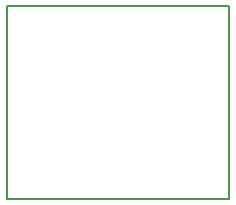
<source format=gko>
%FSLAX24Y24*%
%MOIN*%
G70*
G01*
G75*
G04 Layer_Color=16711935*
%ADD10C,0.0080*%
%ADD11O,0.0118X0.0335*%
%ADD12R,0.1457X0.1457*%
%ADD13O,0.0335X0.0118*%
%ADD14R,0.0200X0.0250*%
%ADD15R,0.0236X0.0472*%
%ADD16R,0.0250X0.0200*%
%ADD17R,0.0433X0.0472*%
%ADD18C,0.0100*%
%ADD19C,0.0060*%
%ADD20C,0.0200*%
%ADD21C,0.0320*%
%ADD22C,0.0240*%
%ADD23C,0.0098*%
%ADD24C,0.0050*%
%ADD25C,0.0079*%
%ADD26O,0.0178X0.0395*%
%ADD27O,0.0395X0.0178*%
%ADD28R,0.0280X0.0330*%
%ADD29R,0.0316X0.0552*%
%ADD30R,0.0330X0.0280*%
%ADD31R,0.0513X0.0552*%
D19*
X7430Y0D02*
Y6440D01*
X0Y0D02*
X7430D01*
X0Y6440D02*
X7430D01*
X0Y0D02*
Y6440D01*
M02*

</source>
